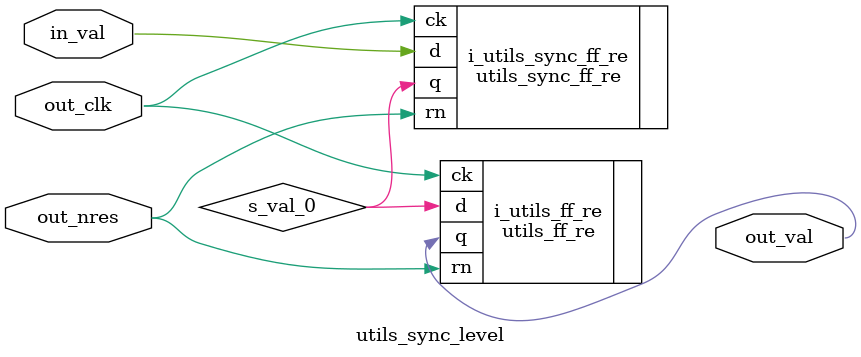
<source format=v>

`timescale 1ns/1ns

module utils_sync_level #(
    parameter DEFAULT_VAL = 1'b0
  )(
    // input domain
    input      in_val,
    // output domain
    input      out_clk,
    input      out_nres,
    output     out_val
  );

  wire s_val_0;

  utils_sync_ff_re #(.DEFAULT_VAL(DEFAULT_VAL)) i_utils_sync_ff_re(
    .rn(out_nres),
    .ck(out_clk),
    .d (in_val),
    .q (s_val_0)
  );

  utils_ff_re #(.DEFAULT_VAL(DEFAULT_VAL)) i_utils_ff_re(
    .rn(out_nres),
    .ck(out_clk),
    .d (s_val_0),
    .q (out_val)
  );

endmodule


</source>
